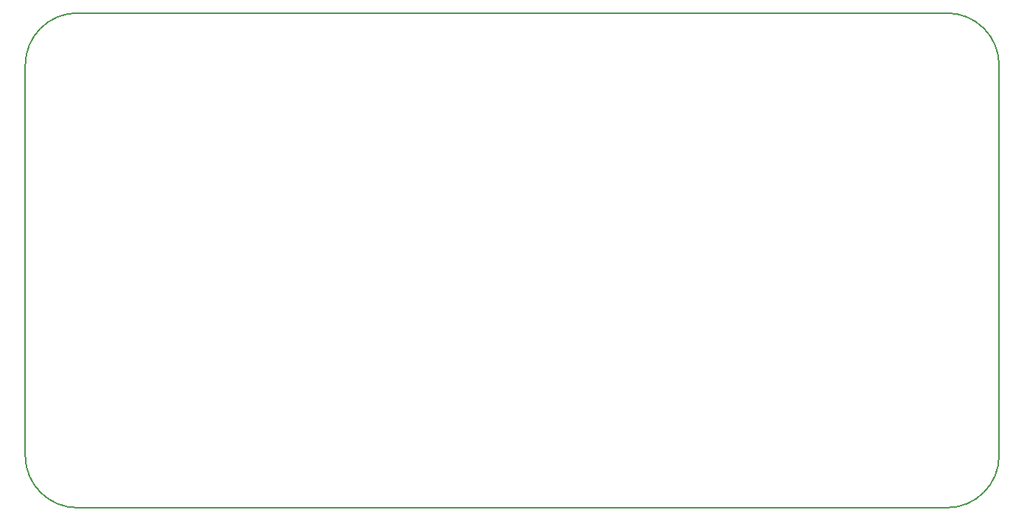
<source format=gbr>
%TF.GenerationSoftware,Altium Limited,Altium Designer,21.3.2 (30)*%
G04 Layer_Color=16711935*
%FSLAX45Y45*%
%MOMM*%
%TF.SameCoordinates,699C74A5-B4CE-432A-A201-728FBB0A9CBA*%
%TF.FilePolarity,Positive*%
%TF.FileFunction,Other,Mechanical_1*%
%TF.Part,Single*%
G01*
G75*
%TA.AperFunction,NonConductor*%
%ADD25C,0.20000*%
D25*
X600000Y5700000D02*
G03*
X0Y5100000I0J-600000D01*
G01*
X11200000D02*
G03*
X10600000Y5700000I-600000J0D01*
G01*
Y0D02*
G03*
X11200000Y600000I0J600000D01*
G01*
X0D02*
G03*
X600000Y0I600000J0D01*
G01*
Y5700000D02*
X10600000D01*
X11200000Y4100000D02*
Y5100000D01*
Y600000D02*
Y4100000D01*
X600000Y0D02*
X10600000D01*
X0Y600000D02*
Y5100000D01*
%TF.MD5,68ab490b2b4968362c3414e1642bd2ed*%
M02*

</source>
